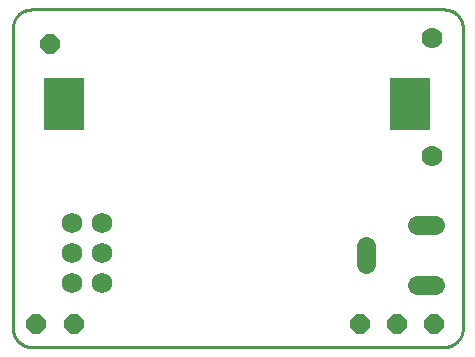
<source format=gbs>
G75*
%MOIN*%
%OFA0B0*%
%FSLAX25Y25*%
%IPPOS*%
%LPD*%
%AMOC8*
5,1,8,0,0,1.08239X$1,22.5*
%
%ADD10C,0.01000*%
%ADD11C,0.07000*%
%ADD12C,0.06400*%
%ADD13C,0.06800*%
%ADD14R,0.13392X0.17329*%
%ADD15OC8,0.06400*%
D10*
X0030024Y0051683D02*
X0167524Y0051683D01*
X0167680Y0051685D01*
X0167836Y0051691D01*
X0167991Y0051700D01*
X0168146Y0051714D01*
X0168301Y0051732D01*
X0168456Y0051753D01*
X0168609Y0051778D01*
X0168762Y0051807D01*
X0168915Y0051840D01*
X0169066Y0051876D01*
X0169217Y0051917D01*
X0169366Y0051961D01*
X0169515Y0052008D01*
X0169662Y0052060D01*
X0169807Y0052115D01*
X0169952Y0052174D01*
X0170095Y0052236D01*
X0170236Y0052302D01*
X0170375Y0052371D01*
X0170513Y0052444D01*
X0170649Y0052520D01*
X0170783Y0052600D01*
X0170915Y0052683D01*
X0171045Y0052769D01*
X0171172Y0052858D01*
X0171298Y0052951D01*
X0171421Y0053047D01*
X0171541Y0053145D01*
X0171660Y0053247D01*
X0171775Y0053351D01*
X0171888Y0053459D01*
X0171998Y0053569D01*
X0172106Y0053682D01*
X0172210Y0053797D01*
X0172312Y0053916D01*
X0172410Y0054036D01*
X0172506Y0054159D01*
X0172599Y0054285D01*
X0172688Y0054412D01*
X0172774Y0054542D01*
X0172857Y0054674D01*
X0172937Y0054808D01*
X0173013Y0054944D01*
X0173086Y0055082D01*
X0173155Y0055221D01*
X0173221Y0055362D01*
X0173283Y0055505D01*
X0173342Y0055650D01*
X0173397Y0055795D01*
X0173449Y0055942D01*
X0173496Y0056091D01*
X0173540Y0056240D01*
X0173581Y0056391D01*
X0173617Y0056542D01*
X0173650Y0056695D01*
X0173679Y0056848D01*
X0173704Y0057001D01*
X0173725Y0057156D01*
X0173743Y0057311D01*
X0173757Y0057466D01*
X0173766Y0057621D01*
X0173772Y0057777D01*
X0173774Y0057933D01*
X0173774Y0157933D01*
X0173772Y0158089D01*
X0173766Y0158245D01*
X0173757Y0158400D01*
X0173743Y0158555D01*
X0173725Y0158710D01*
X0173704Y0158865D01*
X0173679Y0159018D01*
X0173650Y0159171D01*
X0173617Y0159324D01*
X0173581Y0159475D01*
X0173540Y0159626D01*
X0173496Y0159775D01*
X0173449Y0159924D01*
X0173397Y0160071D01*
X0173342Y0160216D01*
X0173283Y0160361D01*
X0173221Y0160504D01*
X0173155Y0160645D01*
X0173086Y0160784D01*
X0173013Y0160922D01*
X0172937Y0161058D01*
X0172857Y0161192D01*
X0172774Y0161324D01*
X0172688Y0161454D01*
X0172599Y0161581D01*
X0172506Y0161707D01*
X0172410Y0161830D01*
X0172312Y0161950D01*
X0172210Y0162069D01*
X0172106Y0162184D01*
X0171998Y0162297D01*
X0171888Y0162407D01*
X0171775Y0162515D01*
X0171660Y0162619D01*
X0171541Y0162721D01*
X0171421Y0162819D01*
X0171298Y0162915D01*
X0171172Y0163008D01*
X0171045Y0163097D01*
X0170915Y0163183D01*
X0170783Y0163266D01*
X0170649Y0163346D01*
X0170513Y0163422D01*
X0170375Y0163495D01*
X0170236Y0163564D01*
X0170095Y0163630D01*
X0169952Y0163692D01*
X0169807Y0163751D01*
X0169662Y0163806D01*
X0169515Y0163858D01*
X0169366Y0163905D01*
X0169217Y0163949D01*
X0169066Y0163990D01*
X0168915Y0164026D01*
X0168762Y0164059D01*
X0168609Y0164088D01*
X0168456Y0164113D01*
X0168301Y0164134D01*
X0168146Y0164152D01*
X0167991Y0164166D01*
X0167836Y0164175D01*
X0167680Y0164181D01*
X0167524Y0164183D01*
X0030024Y0164183D01*
X0029868Y0164181D01*
X0029712Y0164175D01*
X0029557Y0164166D01*
X0029402Y0164152D01*
X0029247Y0164134D01*
X0029092Y0164113D01*
X0028939Y0164088D01*
X0028786Y0164059D01*
X0028633Y0164026D01*
X0028482Y0163990D01*
X0028331Y0163949D01*
X0028182Y0163905D01*
X0028033Y0163858D01*
X0027886Y0163806D01*
X0027741Y0163751D01*
X0027596Y0163692D01*
X0027453Y0163630D01*
X0027312Y0163564D01*
X0027173Y0163495D01*
X0027035Y0163422D01*
X0026899Y0163346D01*
X0026765Y0163266D01*
X0026633Y0163183D01*
X0026503Y0163097D01*
X0026376Y0163008D01*
X0026250Y0162915D01*
X0026127Y0162819D01*
X0026007Y0162721D01*
X0025888Y0162619D01*
X0025773Y0162515D01*
X0025660Y0162407D01*
X0025550Y0162297D01*
X0025442Y0162184D01*
X0025338Y0162069D01*
X0025236Y0161950D01*
X0025138Y0161830D01*
X0025042Y0161707D01*
X0024949Y0161581D01*
X0024860Y0161454D01*
X0024774Y0161324D01*
X0024691Y0161192D01*
X0024611Y0161058D01*
X0024535Y0160922D01*
X0024462Y0160784D01*
X0024393Y0160645D01*
X0024327Y0160504D01*
X0024265Y0160361D01*
X0024206Y0160216D01*
X0024151Y0160071D01*
X0024099Y0159924D01*
X0024052Y0159775D01*
X0024008Y0159626D01*
X0023967Y0159475D01*
X0023931Y0159324D01*
X0023898Y0159171D01*
X0023869Y0159018D01*
X0023844Y0158865D01*
X0023823Y0158710D01*
X0023805Y0158555D01*
X0023791Y0158400D01*
X0023782Y0158245D01*
X0023776Y0158089D01*
X0023774Y0157933D01*
X0023774Y0057933D01*
X0023776Y0057777D01*
X0023782Y0057621D01*
X0023791Y0057466D01*
X0023805Y0057311D01*
X0023823Y0057156D01*
X0023844Y0057001D01*
X0023869Y0056848D01*
X0023898Y0056695D01*
X0023931Y0056542D01*
X0023967Y0056391D01*
X0024008Y0056240D01*
X0024052Y0056091D01*
X0024099Y0055942D01*
X0024151Y0055795D01*
X0024206Y0055650D01*
X0024265Y0055505D01*
X0024327Y0055362D01*
X0024393Y0055221D01*
X0024462Y0055082D01*
X0024535Y0054944D01*
X0024611Y0054808D01*
X0024691Y0054674D01*
X0024774Y0054542D01*
X0024860Y0054412D01*
X0024949Y0054285D01*
X0025042Y0054159D01*
X0025138Y0054036D01*
X0025236Y0053916D01*
X0025338Y0053797D01*
X0025442Y0053682D01*
X0025550Y0053569D01*
X0025660Y0053459D01*
X0025773Y0053351D01*
X0025888Y0053247D01*
X0026007Y0053145D01*
X0026127Y0053047D01*
X0026250Y0052951D01*
X0026376Y0052858D01*
X0026503Y0052769D01*
X0026633Y0052683D01*
X0026765Y0052600D01*
X0026899Y0052520D01*
X0027035Y0052444D01*
X0027173Y0052371D01*
X0027312Y0052302D01*
X0027453Y0052236D01*
X0027596Y0052174D01*
X0027741Y0052115D01*
X0027886Y0052060D01*
X0028033Y0052008D01*
X0028182Y0051961D01*
X0028331Y0051917D01*
X0028482Y0051876D01*
X0028633Y0051840D01*
X0028786Y0051807D01*
X0028939Y0051778D01*
X0029092Y0051753D01*
X0029247Y0051732D01*
X0029402Y0051714D01*
X0029557Y0051700D01*
X0029712Y0051691D01*
X0029868Y0051685D01*
X0030024Y0051683D01*
D11*
X0163620Y0115369D03*
X0163620Y0154739D03*
D12*
X0164332Y0092423D02*
X0158332Y0092423D01*
X0141332Y0085423D02*
X0141332Y0079423D01*
X0158332Y0072423D02*
X0164332Y0072423D01*
D13*
X0053524Y0072933D03*
X0053524Y0082933D03*
X0043524Y0082933D03*
X0043524Y0072933D03*
X0043524Y0092933D03*
X0053524Y0092933D03*
D14*
X0040900Y0132683D03*
X0156254Y0132683D03*
D15*
X0151751Y0059183D03*
X0139558Y0059183D03*
X0164071Y0059183D03*
X0044079Y0059183D03*
X0031655Y0059183D03*
X0036274Y0152522D03*
M02*

</source>
